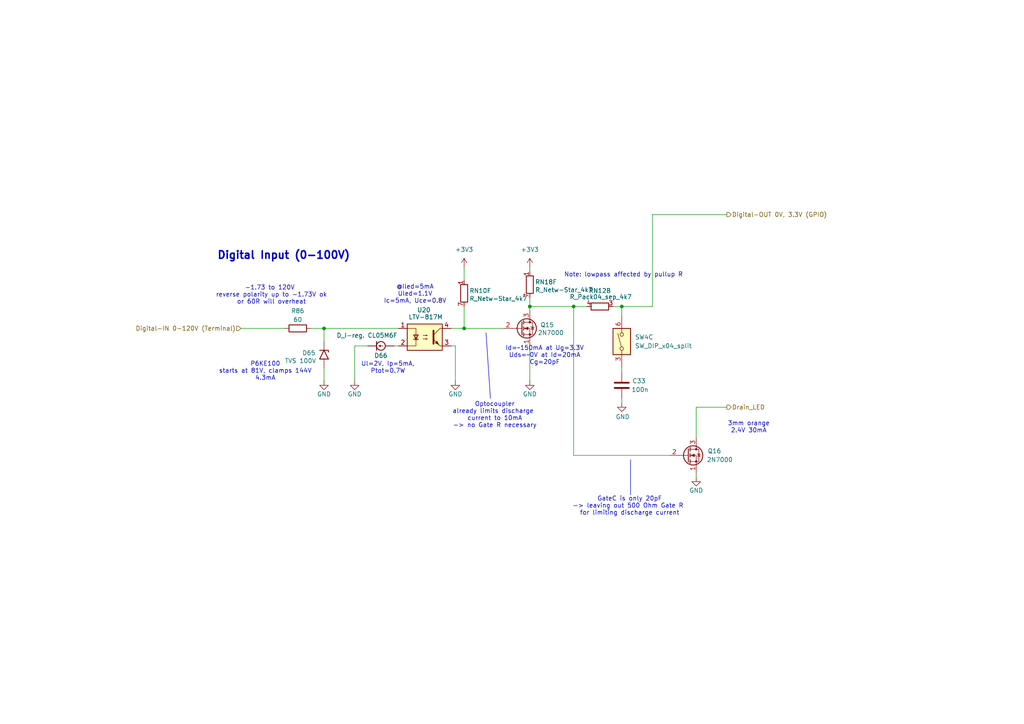
<source format=kicad_sch>
(kicad_sch (version 20231120) (generator "eeschema") (generator_version "8.0")
  (paper "A4")
  (lib_symbols
    (symbol "Device:C" (pin_numbers hide) (pin_names (offset 0.254))
      (property "Reference" "C" (at 0.635 2.54 0))
      (property "Value" "C" (at 0.635 -2.54 0))
      (symbol "C_0_1"
        (polyline (pts (xy -2.032 -0.762) (xy 2.032 -0.762)) (stroke (width 0.508)))
        (polyline (pts (xy -2.032 0.762) (xy 2.032 0.762)) (stroke (width 0.508)))
      )
      (symbol "C_1_1"
        (pin passive line (at 0 3.81 270) (length 2.794) (name "~") (number "1"))
        (pin passive line (at 0 -3.81 90) (length 2.794) (name "~") (number "2"))
      )
    )
    (symbol "Device:D_Current-regulator" (pin_numbers hide) (pin_names (offset 1.016) hide)
      (property "Reference" "D" (at 0 2.54 0))
      (property "Value" "D_Current-regulator" (at 0 -2.54 0))
      (symbol "D_Current-regulator_0_1"
        (polyline (pts (xy -1.27 1.27) (xy -1.27 -1.27)) (stroke (width 0.254)))
      )
      (symbol "D_Current-regulator_1_1"
        (polyline (pts (xy -0.127 0) (xy 0.635 0)))
        (polyline (pts (xy -0.127 0.254) (xy -0.635 0) (xy -0.127 -0.254) (xy -0.127 0.254)) (fill (type outline)))
        (circle (center 0 0) (radius 1.27) (stroke (width 0.254)))
        (pin passive line (at -3.81 0 0) (length 2.54) (name "K") (number "1"))
        (pin passive line (at 3.81 0 180) (length 2.54) (name "A") (number "2"))
      )
    )
    (symbol "Device:R" (pin_numbers hide) (pin_names (offset 0))
      (property "Reference" "R" (at 2.032 0 90))
      (property "Value" "R" (at 0 0 90))
      (symbol "R_0_1"
        (rectangle (start -1.016 -2.54) (end 1.016 2.54) (stroke (width 0.254)))
      )
      (symbol "R_1_1"
        (pin passive line (at 0 3.81 270) (length 1.27) (name "~") (number "1"))
        (pin passive line (at 0 -3.81 90) (length 1.27) (name "~") (number "2"))
      )
    )
    (symbol "Device:R_Network08_Split" (pin_names (offset 0) hide)
      (property "Reference" "RN" (at 2.032 0 90))
      (property "Value" "R_Network08_Split" (at 0 0 90))
      (symbol "R_Network08_Split_0_1"
        (rectangle (start 1.016 2.54) (end -1.016 -2.54) (stroke (width 0.254)))
        (pin passive line (at 0 3.81 270) (length 1.27) (name "R1") (number "1"))
      )
      (symbol "R_Network08_Split_1_1"
        (pin passive line (at 0 -3.81 90) (length 1.27) (name "R1.2") (number "2"))
      )
      (symbol "R_Network08_Split_2_1"
        (pin passive line (at 0 -3.81 90) (length 1.27) (name "R2.2") (number "3"))
      )
      (symbol "R_Network08_Split_3_1"
        (pin passive line (at 0 -3.81 90) (length 1.27) (name "R3.2") (number "4"))
      )
      (symbol "R_Network08_Split_4_1"
        (pin passive line (at 0 -3.81 90) (length 1.27) (name "R4.2") (number "5"))
      )
      (symbol "R_Network08_Split_5_1"
        (pin passive line (at 0 -3.81 90) (length 1.27) (name "R5.2") (number "6"))
      )
      (symbol "R_Network08_Split_6_1"
        (pin passive line (at 0 -3.81 90) (length 1.27) (name "R6.2") (number "7"))
      )
      (symbol "R_Network08_Split_7_1"
        (pin passive line (at 0 -3.81 90) (length 1.27) (name "R7.2") (number "8"))
      )
      (symbol "R_Network08_Split_8_1"
        (pin passive line (at 0 -3.81 90) (length 1.27) (name "R8.2") (number "9"))
      )
    )
    (symbol "Device:R_Pack04_SIP_Split" (pin_names (offset 0) hide)
      (property "Reference" "RN" (at 2.032 0 90))
      (property "Value" "R_Pack04_SIP_Split" (at 0 0 90))
      (symbol "R_Pack04_SIP_Split_0_1"
        (rectangle (start 1.016 2.54) (end -1.016 -2.54) (stroke (width 0.254)))
      )
      (symbol "R_Pack04_SIP_Split_1_1"
        (pin passive line (at 0 -3.81 90) (length 1.27) (name "R1.1") (number "1"))
        (pin passive line (at 0 3.81 270) (length 1.27) (name "R1.2") (number "2"))
      )
      (symbol "R_Pack04_SIP_Split_2_1"
        (pin passive line (at 0 -3.81 90) (length 1.27) (name "R2.1") (number "3"))
        (pin passive line (at 0 3.81 270) (length 1.27) (name "R2.2") (number "4"))
      )
      (symbol "R_Pack04_SIP_Split_3_1"
        (pin passive line (at 0 -3.81 90) (length 1.27) (name "R3.1") (number "5"))
        (pin passive line (at 0 3.81 270) (length 1.27) (name "R3.2") (number "6"))
      )
      (symbol "R_Pack04_SIP_Split_4_1"
        (pin passive line (at 0 -3.81 90) (length 1.27) (name "R4.1") (number "7"))
        (pin passive line (at 0 3.81 270) (length 1.27) (name "R4.2") (number "8"))
      )
    )
    (symbol "Diode:1N62xxA" (pin_numbers hide) (pin_names (offset 1.016) hide)
      (property "Reference" "D" (at 0 2.54 0))
      (property "Value" "1N62xxA" (at 0 -2.54 0))
      (symbol "1N62xxA_0_1"
        (polyline (pts (xy -0.762 1.27) (xy -1.27 1.27) (xy -1.27 -1.27)) (stroke (width 0.254)))
        (polyline (pts (xy 1.27 1.27) (xy 1.27 -1.27) (xy -1.27 0) (xy 1.27 1.27)) (stroke (width 0.254)))
      )
      (symbol "1N62xxA_1_1"
        (pin passive line (at -3.81 0 0) (length 2.54) (name "A1") (number "1"))
        (pin passive line (at 3.81 0 180) (length 2.54) (name "A2") (number "2"))
      )
    )
    (symbol "Isolator:LTV-817M" (pin_names (offset 1.016))
      (property "Reference" "U" (at -3.81 5.08 0))
      (property "Value" "LTV-817M" (at 0 -5.08 0))
      (symbol "LTV-817M_1_1"
        (rectangle (start -5.08 3.81) (end 5.08 -3.81) (stroke (width 0.254)) (fill (type background)))
        (polyline (pts (xy -3.175 -0.635) (xy -1.905 -0.635)) (stroke (width 0.254)))
        (polyline (pts (xy 2.54 0.635) (xy 4.445 2.54)))
        (polyline (pts (xy 4.445 -2.54) (xy 2.54 -0.635)) (fill (type outline)))
        (polyline (pts (xy 4.445 -2.54) (xy 5.08 -2.54)))
        (polyline (pts (xy 4.445 2.54) (xy 5.08 2.54)))
        (polyline (pts (xy -5.08 2.54) (xy -2.54 2.54) (xy -2.54 -0.762)))
        (polyline (pts (xy -2.54 -0.635) (xy -2.54 -2.54) (xy -5.08 -2.54)))
        (polyline (pts (xy 2.54 1.905) (xy 2.54 -1.905) (xy 2.54 -1.905)) (stroke (width 0.508)))
        (polyline (pts (xy -2.54 -0.635) (xy -3.175 0.635) (xy -1.905 0.635) (xy -2.54 -0.635)) (stroke (width 0.254)))
        (polyline (pts (xy -0.508 -0.508) (xy 0.762 -0.508) (xy 0.381 -0.635) (xy 0.381 -0.381) (xy 0.762 -0.508)))
        (polyline (pts (xy -0.508 0.508) (xy 0.762 0.508) (xy 0.381 0.381) (xy 0.381 0.635) (xy 0.762 0.508)))
        (polyline (pts (xy 3.048 -1.651) (xy 3.556 -1.143) (xy 4.064 -2.159) (xy 3.048 -1.651) (xy 3.048 -1.651)) (fill (type outline)))
        (pin passive line (at -7.62 2.54 0) (length 2.54) (name "~") (number "1"))
        (pin passive line (at -7.62 -2.54 0) (length 2.54) (name "~") (number "2"))
        (pin passive line (at 7.62 -2.54 180) (length 2.54) (name "~") (number "3"))
        (pin passive line (at 7.62 2.54 180) (length 2.54) (name "~") (number "4"))
      )
    )
    (symbol "Transistor_FET:2N7000" (pin_names hide)
      (property "Reference" "Q" (at 5.08 1.905 0))
      (property "Value" "2N7000" (at 5.08 0 0))
      (symbol "2N7000_0_1"
        (polyline (pts (xy 0.254 0) (xy -2.54 0)))
        (polyline (pts (xy 0.254 1.905) (xy 0.254 -1.905)) (stroke (width 0.254)))
        (polyline (pts (xy 0.762 -1.27) (xy 0.762 -2.286)) (stroke (width 0.254)))
        (polyline (pts (xy 0.762 0.508) (xy 0.762 -0.508)) (stroke (width 0.254)))
        (polyline (pts (xy 0.762 2.286) (xy 0.762 1.27)) (stroke (width 0.254)))
        (polyline (pts (xy 2.54 2.54) (xy 2.54 1.778)))
        (polyline (pts (xy 2.54 -2.54) (xy 2.54 0) (xy 0.762 0)))
        (polyline (pts (xy 0.762 -1.778) (xy 3.302 -1.778) (xy 3.302 1.778) (xy 0.762 1.778)))
        (polyline (pts (xy 1.016 0) (xy 2.032 0.381) (xy 2.032 -0.381) (xy 1.016 0)) (fill (type outline)))
        (polyline (pts (xy 2.794 0.508) (xy 2.921 0.381) (xy 3.683 0.381) (xy 3.81 0.254)))
        (polyline (pts (xy 3.302 0.381) (xy 2.921 -0.254) (xy 3.683 -0.254) (xy 3.302 0.381)))
        (circle (center 1.651 0) (radius 2.794) (stroke (width 0.254)))
        (circle (center 2.54 -1.778) (radius 0.254) (fill (type outline)))
        (circle (center 2.54 1.778) (radius 0.254) (fill (type outline)))
      )
      (symbol "2N7000_1_1"
        (pin passive line (at 2.54 -5.08 90) (length 2.54) (name "S") (number "1"))
        (pin input line (at -5.08 0 0) (length 2.54) (name "G") (number "2"))
        (pin passive line (at 2.54 5.08 270) (length 2.54) (name "D") (number "3"))
      )
    )
    (symbol "custom-symbols:SW_DIP_x04_split" (pin_names (offset 0) hide)
      (property "Reference" "SW" (at 0 3.81 0))
      (property "Value" "SW_DIP_x04_split" (at 0 -3.81 0))
      (symbol "SW_DIP_x04_split_0_0"
        (circle (center -2.032 0) (radius 0.508))
        (polyline (pts (xy -1.524 0.127) (xy 2.3622 1.1684)))
        (circle (center 2.032 0) (radius 0.508))
      )
      (symbol "SW_DIP_x04_split_0_1"
        (rectangle (start -3.81 2.54) (end 3.81 -2.54) (stroke (width 0.254)) (fill (type background)))
      )
      (symbol "SW_DIP_x04_split_1_1"
        (pin passive line (at -7.62 0 0) (length 5.08) (name "~") (number "1"))
        (pin passive line (at 7.62 0 180) (length 5.08) (name "~") (number "8"))
      )
      (symbol "SW_DIP_x04_split_2_1"
        (pin passive line (at -7.62 0 0) (length 5.08) (name "~") (number "2"))
        (pin passive line (at 7.62 0 180) (length 5.08) (name "~") (number "7"))
      )
      (symbol "SW_DIP_x04_split_3_1"
        (pin passive line (at -7.62 0 0) (length 5.08) (name "~") (number "3"))
        (pin passive line (at 7.62 0 180) (length 5.08) (name "~") (number "6"))
      )
      (symbol "SW_DIP_x04_split_4_1"
        (pin passive line (at -7.62 0 0) (length 5.08) (name "~") (number "4"))
        (pin passive line (at 7.62 0 180) (length 5.08) (name "~") (number "5"))
      )
    )
    (symbol "power:+3V3" (power) (pin_numbers hide) (pin_names (offset 0) hide)
      (property "Value" "+3V3" (at 0 3.556 0))
      (symbol "+3V3_0_1"
        (polyline (pts (xy -0.762 1.27) (xy 0 2.54)))
        (polyline (pts (xy 0 0) (xy 0 2.54)))
        (polyline (pts (xy 0 2.54) (xy 0.762 1.27)))
      )
      (symbol "+3V3_1_1"
        (pin power_in line (at 0 0 90) (length 0) (name "~") (number "1"))
      )
    )
    (symbol "power:GND" (power) (pin_numbers hide) (pin_names (offset 0) hide)
      (property "Value" "GND" (at 0 -3.81 0))
      (symbol "GND_0_1"
        (polyline (pts (xy 0 0) (xy 0 -1.27) (xy 1.27 -1.27) (xy 0 -2.54) (xy -1.27 -1.27) (xy 0 -1.27)))
      )
      (symbol "GND_1_1"
        (pin power_in line (at 0 0 270) (length 0) (name "~") (number "1"))
      )
    )
  )
  (junction (at 153.67 88.9))
  (junction (at 134.62 95.25))
  (junction (at 180.34 88.9))
  (junction (at 93.98 95.25))
  (junction (at 166.37 88.9))
  (wire (pts (xy 102.87 100.33) (xy 102.87 110.49)))
  (polyline (pts (xy 182.88 133.35) (xy 182.88 143.51)))
  (wire (pts (xy 130.81 100.33) (xy 132.08 100.33)))
  (wire (pts (xy 201.93 118.11) (xy 210.82 118.11)))
  (wire (pts (xy 166.37 132.08) (xy 194.31 132.08)))
  (wire (pts (xy 93.98 95.25) (xy 93.98 99.06)))
  (wire (pts (xy 106.68 100.33) (xy 102.87 100.33)))
  (wire (pts (xy 132.08 100.33) (xy 132.08 110.49)))
  (wire (pts (xy 177.8 88.9) (xy 180.34 88.9)))
  (wire (pts (xy 180.34 88.9) (xy 189.23 88.9)))
  (wire (pts (xy 93.98 106.68) (xy 93.98 110.49)))
  (wire (pts (xy 153.67 77.47) (xy 153.67 78.74)))
  (wire (pts (xy 189.23 88.9) (xy 189.23 62.23)))
  (wire (pts (xy 189.23 62.23) (xy 210.82 62.23)))
  (wire (pts (xy 134.62 88.9) (xy 134.62 95.25)))
  (wire (pts (xy 134.62 95.25) (xy 146.05 95.25)))
  (wire (pts (xy 153.67 88.9) (xy 153.67 90.17)))
  (wire (pts (xy 180.34 107.95) (xy 180.34 106.68)))
  (wire (pts (xy 69.85 95.25) (xy 82.55 95.25)))
  (wire (pts (xy 180.34 115.57) (xy 180.34 116.84)))
  (wire (pts (xy 153.67 86.36) (xy 153.67 88.9)))
  (wire (pts (xy 93.98 95.25) (xy 115.57 95.25)))
  (wire (pts (xy 114.3 100.33) (xy 115.57 100.33)))
  (wire (pts (xy 130.81 95.25) (xy 134.62 95.25)))
  (wire (pts (xy 166.37 88.9) (xy 170.18 88.9)))
  (wire (pts (xy 201.93 118.11) (xy 201.93 127)))
  (wire (pts (xy 90.17 95.25) (xy 93.98 95.25)))
  (wire (pts (xy 153.67 88.9) (xy 166.37 88.9)))
  (wire (pts (xy 166.37 132.08) (xy 166.37 88.9)))
  (wire (pts (xy 153.67 100.33) (xy 153.67 110.49)))
  (polyline (pts (xy 140.97 96.52) (xy 142.24 115.57)))
  (wire (pts (xy 180.34 88.9) (xy 180.34 91.44)))
  (wire (pts (xy 201.93 137.16) (xy 201.93 138.43)))
  (wire (pts (xy 134.62 77.47) (xy 134.62 81.28)))
  (text "Note: lowpass affected by pullup R" (at 180.848 79.756 0) (effects (font (size 1.27 1.27))))
  (text "Ul=2V, Ip=5mA,\nPtot=0.7W" (at 112.522 106.68 0) (effects (font (size 1.27 1.27))))
  (text "3mm orange\n2.4V 30mA" (at 217.17 123.952 0) (effects (font (size 1.27 1.27))))
  (text "Digital Input (0-100V)" (at 82.296 74.168 0) (effects (font (size 2.2 2.2) (thickness 0.44) (bold yes))))
  (text "GateC is only 20pF\n-> leaving out 500 Ohm Gate R \nfor limiting discharge current" (at 182.626 146.812 0) (effects (font (size 1.27 1.27))))
  (text "P6KE100\nstarts at 81V, clamps 144V\n4.3mA" (at 76.962 107.696 0) (effects (font (size 1.27 1.27))))
  (text "-1.73 to 120V \nreverse polarity up to -1.73V ok\nor 60R will overheat" (at 78.74 85.598 0) (effects (font (size 1.27 1.27))))
  (text "Id=~150mA at Ug=3.3V\nUds=~0V at Id=20mA\nCg=20pF" (at 157.988 103.124 0) (effects (font (size 1.27 1.27))))
  (text "Optocoupler\nalready limits discharge \ncurrent to 10mA\n-> no Gate R necessary" (at 143.51 120.396 0) (effects (font (size 1.27 1.27))))
  (text "@Iled=5mA\nUled=1.1V\nIc=5mA, Uce=0.8V" (at 120.396 85.344 0) (effects (font (size 1.27 1.27))))
  (hierarchical_label "Digital-OUT 0V, 3.3V (GPIO)" (shape output) (at 210.82 62.23 0))
  (hierarchical_label "Drain_LED" (shape output) (at 210.82 118.11 0))
  (hierarchical_label "Digital-IN 0-120V (Terminal)" (shape input) (at 69.85 95.25 180))
  (symbol (lib_id "Device:R_Network08_Split") (at 153.67 82.55 0) (unit 1)
    (property "Reference" "RN18" (at 155.194 81.788 0) (effects (justify left)))
    (property "Value" "R_Netw-Star_4k7" (at 155.194 84.074 0) (effects (justify left)))
    (property "Footprint" "Resistor_THT:R_Array_SIP9" (effects (hide yes)))
    (property "Datasheet" "http://www.vishay.com/docs/31509/csc.pdf" (effects (hide yes)))
    (property "Description" "8 resistor network, star topology, bussed resistors, split" (effects (hide yes)))
    (instances (project "pi-interface-board_v1.0" (path "" (reference "RN18") (unit 6)) (path "" (reference "RN18") (unit 7)) (path "" (reference "RN18") (unit 5)) (path "" (reference "RN18") (unit 8)) (path "" (reference "RN18") (unit 2)) (path "" (reference "RN18") (unit 4)) (path "" (reference "RN18") (unit 3)) (path "" (reference "RN18") (unit 1))))
  )
  (symbol (lib_id "power:GND") (at 102.87 110.49 0) (unit 1)
    (property "Reference" "#PWR0158" (effects (hide yes)))
    (property "Value" "GND" (at 102.87 114.3 0))
    (property "Description" "Power symbol creates a global label with name \"GND\" , ground" (effects (hide yes)))
    (instances (project "pi-interface-board_v1.0" (path "" (reference "#PWR0158") (unit 1)) (path "" (reference "#PWR0167") (unit 1)) (path "" (reference "#PWR0149") (unit 1)) (path "" (reference "#PWR0176") (unit 1)) (path "" (reference "#PWR0122") (unit 1)) (path "" (reference "#PWR0140") (unit 1)) (path "" (reference "#PWR0131") (unit 1)) (path "" (reference "#PWR0113") (unit 1))))
  )
  (symbol (lib_id "Transistor_FET:2N7000") (at 151.13 95.25 0) (unit 1)
    (property "Reference" "Q15" (at 156.718 94.234 0) (effects (justify left)))
    (property "Value" "2N7000" (at 155.956 96.52 0) (effects (justify left)))
    (property "Footprint" "Package_TO_SOT_THT:TO-92_Inline" (effects (hide yes)))
    (property "Datasheet" "https://www.vishay.com/docs/70226/70226.pdf" (effects (hide yes)))
    (property "Description" "0.2A Id, 200V Vds, N-Channel MOSFET, 2.6V Logic Level, TO-92" (effects (hide yes)))
    (instances (project "pi-interface-board_v1.0" (path "" (reference "Q15") (unit 1)) (path "" (reference "Q17") (unit 1)) (path "" (reference "Q13") (unit 1)) (path "" (reference "Q19") (unit 1)) (path "" (reference "Q7") (unit 1)) (path "" (reference "Q11") (unit 1)) (path "" (reference "Q9") (unit 1)) (path "" (reference "Q2") (unit 1))))
  )
  (symbol (lib_id "power:GND") (at 201.93 138.43 0) (unit 1)
    (property "Reference" "#PWR0165" (effects (hide yes)))
    (property "Value" "GND" (at 201.93 142.24 0))
    (property "Description" "Power symbol creates a global label with name \"GND\" , ground" (effects (hide yes)))
    (instances (project "pi-interface-board_v1.0" (path "" (reference "#PWR0165") (unit 1)) (path "" (reference "#PWR0174") (unit 1)) (path "" (reference "#PWR0156") (unit 1)) (path "" (reference "#PWR0183") (unit 1)) (path "" (reference "#PWR0129") (unit 1)) (path "" (reference "#PWR0147") (unit 1)) (path "" (reference "#PWR0138") (unit 1)) (path "" (reference "#PWR0120") (unit 1))))
  )
  (symbol (lib_id "power:+3V3") (at 134.62 77.47 0) (unit 1)
    (property "Reference" "#PWR0160" (effects (hide yes)))
    (property "Value" "+3V3" (at 134.62 72.39 0))
    (property "Description" "Power symbol creates a global label with name \"+3V3\"" (effects (hide yes)))
    (instances (project "pi-interface-board_v1.0" (path "" (reference "#PWR0160") (unit 1)) (path "" (reference "#PWR0169") (unit 1)) (path "" (reference "#PWR0151") (unit 1)) (path "" (reference "#PWR0178") (unit 1)) (path "" (reference "#PWR0124") (unit 1)) (path "" (reference "#PWR0142") (unit 1)) (path "" (reference "#PWR0133") (unit 1)) (path "" (reference "#PWR0115") (unit 1))))
  )
  (symbol (lib_id "Transistor_FET:2N7000") (at 199.39 132.08 0) (unit 1)
    (property "Reference" "Q16" (at 205.232 130.81 0) (effects (justify left)))
    (property "Value" "2N7000" (at 204.978 133.35 0) (effects (justify left)))
    (property "Footprint" "Package_TO_SOT_THT:TO-92_Inline" (effects (hide yes)))
    (property "Datasheet" "https://www.vishay.com/docs/70226/70226.pdf" (effects (hide yes)))
    (property "Description" "0.2A Id, 200V Vds, N-Channel MOSFET, 2.6V Logic Level, TO-92" (effects (hide yes)))
    (instances (project "pi-interface-board_v1.0" (path "" (reference "Q16") (unit 1)) (path "" (reference "Q18") (unit 1)) (path "" (reference "Q14") (unit 1)) (path "" (reference "Q20") (unit 1)) (path "" (reference "Q8") (unit 1)) (path "" (reference "Q12") (unit 1)) (path "" (reference "Q10") (unit 1)) (path "" (reference "Q6") (unit 1))))
  )
  (symbol (lib_id "Device:C") (at 180.34 111.76 0) (unit 1)
    (property "Reference" "C33" (at 183.388 110.49 0) (effects (justify left)))
    (property "Value" "100n" (at 183.134 113.03 0) (effects (justify left)))
    (property "Footprint" "Capacitor_THT:C_Disc_D7.0mm_W2.5mm_P5.00mm" (effects (hide yes)))
    (property "Description" "Unpolarized capacitor" (effects (hide yes)))
    (instances (project "pi-interface-board_v1.0" (path "" (reference "C33") (unit 1)) (path "" (reference "C34") (unit 1)) (path "" (reference "C32") (unit 1)) (path "" (reference "C35") (unit 1)) (path "" (reference "C29") (unit 1)) (path "" (reference "C31") (unit 1)) (path "" (reference "C30") (unit 1)) (path "" (reference "C17") (unit 1))))
  )
  (symbol (lib_id "Diode:1N62xxA") (at 93.98 102.87 270) (unit 1)
    (property "Reference" "D65" (at 87.63 102.362 90) (effects (justify left)))
    (property "Value" "TVS 100V" (at 82.55 104.648 90) (effects (justify left)))
    (property "Footprint" "Diode_THT:D_DO-15_P10.16mm_Horizontal" (effects (hide yes)))
    (property "Datasheet" "https://www.vishay.com/docs/88301/15ke.pdf" (effects (hide yes)))
    (property "Description" "1500W unidirectional TRANSZORB® Transient Voltage Suppressor, DO-201AE" (effects (hide yes)))
    (instances (project "pi-interface-board_v1.0" (path "" (reference "D65") (unit 1)) (path "" (reference "D68") (unit 1)) (path "" (reference "D62") (unit 1)) (path "" (reference "D71") (unit 1)) (path "" (reference "D53") (unit 1)) (path "" (reference "D59") (unit 1)) (path "" (reference "D56") (unit 1)) (path "" (reference "D50") (unit 1))))
  )
  (symbol (lib_id "power:+3V3") (at 153.67 77.47 0) (unit 1)
    (property "Reference" "#PWR0161" (effects (hide yes)))
    (property "Value" "+3V3" (at 153.67 72.39 0))
    (property "Description" "Power symbol creates a global label with name \"+3V3\"" (effects (hide yes)))
    (instances (project "pi-interface-board_v1.0" (path "" (reference "#PWR0161") (unit 1)) (path "" (reference "#PWR0170") (unit 1)) (path "" (reference "#PWR0152") (unit 1)) (path "" (reference "#PWR0179") (unit 1)) (path "" (reference "#PWR0125") (unit 1)) (path "" (reference "#PWR0143") (unit 1)) (path "" (reference "#PWR0134") (unit 1)) (path "" (reference "#PWR0116") (unit 1))))
  )
  (symbol (lib_id "Device:R") (at 86.36 95.25 90) (unit 1)
    (property "Reference" "R86" (at 86.36 90.17 90))
    (property "Value" "60" (at 86.36 92.71 90))
    (property "Footprint" "Resistor_THT:R_Axial_DIN0207_L6.3mm_D2.5mm_P2.54mm_Vertical" (effects (hide yes)))
    (property "Description" "Resistor" (effects (hide yes)))
    (instances (project "pi-interface-board_v1.0" (path "" (reference "R86") (unit 1)) (path "" (reference "R93") (unit 1)) (path "" (reference "R79") (unit 1)) (path "" (reference "R100") (unit 1)) (path "" (reference "R58") (unit 1)) (path "" (reference "R72") (unit 1)) (path "" (reference "R65") (unit 1)) (path "" (reference "R1") (unit 1))))
  )
  (symbol (lib_id "power:GND") (at 132.08 110.49 0) (unit 1)
    (property "Reference" "#PWR0159" (effects (hide yes)))
    (property "Value" "GND" (at 132.08 114.3 0))
    (property "Description" "Power symbol creates a global label with name \"GND\" , ground" (effects (hide yes)))
    (instances (project "pi-interface-board_v1.0" (path "" (reference "#PWR0159") (unit 1)) (path "" (reference "#PWR0168") (unit 1)) (path "" (reference "#PWR0150") (unit 1)) (path "" (reference "#PWR0177") (unit 1)) (path "" (reference "#PWR0123") (unit 1)) (path "" (reference "#PWR0141") (unit 1)) (path "" (reference "#PWR0132") (unit 1)) (path "" (reference "#PWR0114") (unit 1))))
  )
  (symbol (lib_id "power:GND") (at 180.34 116.84 0) (unit 1)
    (property "Reference" "#PWR0163" (effects (hide yes)))
    (property "Value" "GND" (at 180.594 120.904 0))
    (property "Description" "Power symbol creates a global label with name \"GND\" , ground" (effects (hide yes)))
    (instances (project "pi-interface-board_v1.0" (path "" (reference "#PWR0163") (unit 1)) (path "" (reference "#PWR0172") (unit 1)) (path "" (reference "#PWR0154") (unit 1)) (path "" (reference "#PWR0181") (unit 1)) (path "" (reference "#PWR0127") (unit 1)) (path "" (reference "#PWR0145") (unit 1)) (path "" (reference "#PWR0136") (unit 1)) (path "" (reference "#PWR0118") (unit 1))))
  )
  (symbol (lib_id "power:GND") (at 93.98 110.49 0) (unit 1)
    (property "Reference" "#PWR0157" (effects (hide yes)))
    (property "Value" "GND" (at 93.98 114.3 0))
    (property "Description" "Power symbol creates a global label with name \"GND\" , ground" (effects (hide yes)))
    (instances (project "pi-interface-board_v1.0" (path "" (reference "#PWR0157") (unit 1)) (path "" (reference "#PWR0166") (unit 1)) (path "" (reference "#PWR0148") (unit 1)) (path "" (reference "#PWR0175") (unit 1)) (path "" (reference "#PWR0121") (unit 1)) (path "" (reference "#PWR0139") (unit 1)) (path "" (reference "#PWR0130") (unit 1)) (path "" (reference "#PWR0112") (unit 1))))
  )
  (symbol (lib_id "custom-symbols:SW_DIP_x04_split") (at 180.34 99.06 90) (unit 4)
    (property "Reference" "SW3" (at 184.15 97.7899 90) (effects (justify right)))
    (property "Value" "SW_DIP_x04_split" (at 184.15 100.3299 90) (effects (justify right)))
    (property "Footprint" "Button_Switch_THT:SW_DIP_SPSTx04_Slide_9.78x12.34mm_W7.62mm_P2.54mm" (effects (hide yes)))
    (property "Description" "4x DIP Switch, 4 Pole Single Throw (SPST) switch, small symbol" (effects (hide yes)))
    (instances (project "" (path "" (reference "SW4") (unit 3)) (path "" (reference "SW4") (unit 2)) (path "" (reference "SW4") (unit 4)) (path "" (reference "SW4") (unit 1)) (path "" (reference "SW3") (unit 3)) (path "" (reference "SW3") (unit 1)) (path "" (reference "SW3") (unit 2)) (path "" (reference "SW3") (unit 4))))
  )
  (symbol (lib_id "Device:R_Pack04_SIP_Split") (at 173.99 88.9 90) (unit 1)
    (property "Reference" "RN11" (at 173.99 84.328 90))
    (property "Value" "R_Pack04_sep_4k7" (at 174.244 86.106 90))
    (property "Footprint" "Resistor_THT:R_Array_SIP8" (effects (hide yes)))
    (property "Datasheet" "http://www.vishay.com/docs/31509/csc.pdf" (effects (hide yes)))
    (property "Description" "4 resistor network, parallel topology, SIP package, split" (effects (hide yes)))
    (instances (project "" (path "" (reference "RN12") (unit 2)) (path "" (reference "RN12") (unit 3)) (path "" (reference "RN12") (unit 1)) (path "" (reference "RN12") (unit 4)) (path "" (reference "RN11") (unit 2)) (path "" (reference "RN11") (unit 4)) (path "" (reference "RN11") (unit 3)) (path "" (reference "RN11") (unit 1))))
  )
  (symbol (lib_id "Device:R_Network08_Split") (at 134.62 85.09 0) (unit 4)
    (property "Reference" "RN10" (at 136.144 84.328 0) (effects (justify left)))
    (property "Value" "R_Netw-Star_4k7" (at 136.144 86.614 0) (effects (justify left)))
    (property "Footprint" "Resistor_THT:R_Array_SIP9" (effects (hide yes)))
    (property "Datasheet" "http://www.vishay.com/docs/31509/csc.pdf" (effects (hide yes)))
    (property "Description" "8 resistor network, star topology, bussed resistors, split" (effects (hide yes)))
    (instances (project "" (path "" (reference "RN10") (unit 6)) (path "" (reference "RN10") (unit 7)) (path "" (reference "RN10") (unit 5)) (path "" (reference "RN10") (unit 8)) (path "" (reference "RN10") (unit 3)) (path "" (reference "RN10") (unit 1)) (path "" (reference "RN10") (unit 2)) (path "" (reference "RN10") (unit 4))))
  )
  (symbol (lib_id "Device:D_Current-regulator") (at 110.49 100.33 0) (unit 1)
    (property "Reference" "D66" (at 110.49 103.124 0))
    (property "Value" "D_I-reg. CL05M6F" (at 106.426 97.282 0))
    (property "Footprint" "Diode_SMD:D_SOD-123F" (effects (hide yes)))
    (property "Description" "Constant-current diode / current limiting diode / current regulator diode, IEC60747-3:2013" (effects (hide yes)))
    (instances (project "pi-interface-board_v1.0" (path "" (reference "D66") (unit 1)) (path "" (reference "D69") (unit 1)) (path "" (reference "D63") (unit 1)) (path "" (reference "D72") (unit 1)) (path "" (reference "D54") (unit 1)) (path "" (reference "D60") (unit 1)) (path "" (reference "D57") (unit 1)) (path "" (reference "D51") (unit 1))))
  )
  (symbol (lib_id "power:GND") (at 153.67 110.49 0) (unit 1)
    (property "Reference" "#PWR0162" (effects (hide yes)))
    (property "Value" "GND" (at 153.67 114.3 0))
    (property "Description" "Power symbol creates a global label with name \"GND\" , ground" (effects (hide yes)))
    (instances (project "pi-interface-board_v1.0" (path "" (reference "#PWR0162") (unit 1)) (path "" (reference "#PWR0171") (unit 1)) (path "" (reference "#PWR0153") (unit 1)) (path "" (reference "#PWR0180") (unit 1)) (path "" (reference "#PWR0126") (unit 1)) (path "" (reference "#PWR0144") (unit 1)) (path "" (reference "#PWR0135") (unit 1)) (path "" (reference "#PWR0117") (unit 1))))
  )
  (symbol (lib_id "Isolator:LTV-817M") (at 123.19 97.79 0) (unit 1)
    (property "Reference" "U20" (at 122.936 89.916 0))
    (property "Value" "LTV-817M" (at 123.444 91.948 0))
    (property "Footprint" "Package_DIP:DIP-4_W10.16mm" (effects (hide yes)))
    (property "Datasheet" "http://www.us.liteon.com/downloads/LTV-817-827-847.PDF" (effects (hide yes)))
    (property "Description" "DC Optocoupler, Vce 35V, CTR 50%, DIP-4" (effects (hide yes)))
    (instances (project "pi-interface-board_v1.0" (path "" (reference "U20") (unit 1)) (path "" (reference "U21") (unit 1)) (path "" (reference "U19") (unit 1)) (path "" (reference "U22") (unit 1)) (path "" (reference "U8") (unit 1)) (path "" (reference "U18") (unit 1)) (path "" (reference "U17") (unit 1)) (path "" (reference "U7") (unit 1))))
  )
)
</source>
